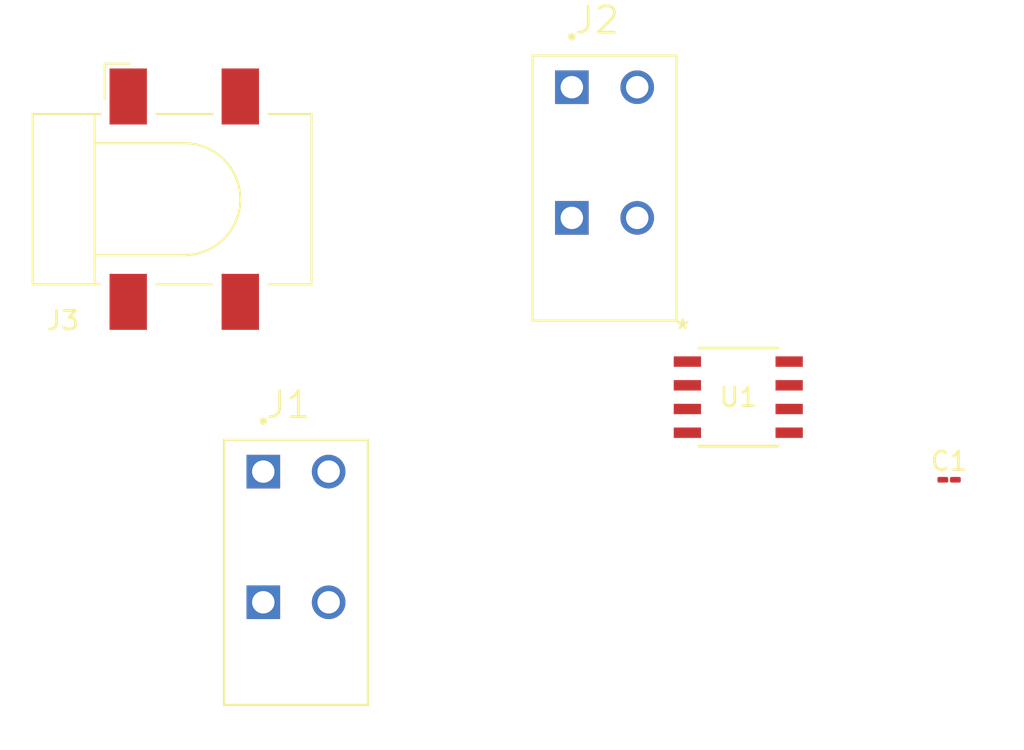
<source format=kicad_pcb>
(kicad_pcb (version 20221018) (generator pcbnew)
  (layers (0 "F.Cu" signal) (31 "B.Cu" signal) (34 "B.Paste" user) (35 "F.Paste" user) (36 "B.SilkS" user "B.Silkscreen") (37 "F.SilkS" user "F.Silkscreen") (38 "B.Mask" user) (39 "F.Mask" user) (44 "Edge.Cuts" user))
  (net 0 "")
  (net 1 "+10V")
  (net 2 "GND")
  (net 3 "+12V")
  (footprint "TBLH10_350_02BK:CUI_TBLH10-350-02BK" (layer "F.Cu") (at 58.86625 30.3829)
    (fp_text reference "J2" (at 1.345 -3.589) (layer "F.SilkS") (effects (font (size 1.4 1.4))))
    (fp_text value "TBLH10-350-02BK")
    (fp_line (start -2.1 -1.7) (end 5.6 -1.7) (stroke (width 0.127)) (layer "F.SilkS"))
    (fp_line (start -2.1 12.5) (end -2.1 -1.7) (stroke (width 0.127)) (layer "F.SilkS"))
    (fp_line (start 5.6 -1.7) (end 5.6 12.5) (stroke (width 0.127)) (layer "F.SilkS"))
    (fp_line (start 5.6 12.5) (end -2.1 12.5) (stroke (width 0.127)) (layer "F.SilkS"))
    (fp_circle (center 0 -2.7) (end 0.1 -2.7) (stroke (width 0.2)) (fill none) (layer "F.SilkS"))
    (pad "1_A" thru_hole rect (at 0 0) (size 1.8 1.8) (drill 1.2) (layers "*.Cu" "*.Mask") (net 1 "+10V"))
    (pad "1_B" thru_hole rect (at 0 7) (size 1.8 1.8) (drill 1.2) (layers "*.Cu" "*.Mask") (net 1 "+10V"))
    (pad "2_A" thru_hole circle (at 3.5 0) (size 1.8 1.8) (drill 1.2) (layers "*.Cu" "*.Mask") (net 2 "GND"))
    (pad "2_B" thru_hole circle (at 3.5 7) (size 1.8 1.8) (drill 1.2) (layers "*.Cu" "*.Mask") (net 2 "GND"))
  )
  (footprint "Connector_BarrelJack:BarrelJack_CLIFF_FC681465S_SMT_Horizontal" (layer "F.Cu") (at 38.12 36.38)
    (fp_text reference "J3" (at -6.5 6.5 180) (layer "F.SilkS"))
    (fp_text value "Barrel_Jack_MountingPin")
    (fp_line (start -8.11 -4.56) (end -4.5 -4.56) (stroke (width 0.12)) (layer "F.SilkS"))
    (fp_line (start -8.11 4.56) (end -8.11 -4.56) (stroke (width 0.12)) (layer "F.SilkS"))
    (fp_line (start -8.11 4.56) (end -4.5 4.56) (stroke (width 0.12)) (layer "F.SilkS"))
    (fp_line (start -4.8 -3) (end 0 -3) (stroke (width 0.12)) (layer "F.SilkS"))
    (fp_line (start -4.8 3) (end 0 3) (stroke (width 0.12)) (layer "F.SilkS"))
    (fp_line (start -4.8 4.56) (end -4.8 -4.56) (stroke (width 0.12)) (layer "F.SilkS"))
    (fp_line (start -4.26 -7.26) (end -4.26 -5.36) (stroke (width 0.12)) (layer "F.SilkS"))
    (fp_line (start -2.92 -7.26) (end -4.26 -7.26) (stroke (width 0.12)) (layer "F.SilkS"))
    (fp_line (start -1.5 -4.56) (end 1.5 -4.56) (stroke (width 0.12)) (layer "F.SilkS"))
    (fp_line (start -1.5 4.56) (end 1.5 4.56) (stroke (width 0.12)) (layer "F.SilkS"))
    (fp_line (start 4.5 -4.56) (end 6.81 -4.56) (stroke (width 0.12)) (layer "F.SilkS"))
    (fp_line (start 4.5 4.56) (end 6.81 4.56) (stroke (width 0.12)) (layer "F.SilkS"))
    (fp_line (start 6.81 4.56) (end 6.81 -4.56) (stroke (width 0.12)) (layer "F.SilkS"))
    (fp_arc (start 0 -3) (mid 3 0) (end 0 3) (stroke (width 0.12)) (layer "F.SilkS"))
    (pad "" np_thru_hole oval (at -2.9 0 90) (size 2 1.5) (drill oval 2 1.5) (layers "*.Cu" "*.Mask"))
    (pad "" np_thru_hole circle (at 1.5 0 90) (size 2 2) (drill 2) (layers "*.Cu" "*.Mask"))
    (pad "1" smd rect (at -3 -5.5 90) (size 3 2) (layers "F.Cu" "F.Paste" "F.Mask") (net 3 "+12V"))
    (pad "1" smd rect (at 3 -5.5 90) (size 3 2) (layers "F.Cu" "F.Paste" "F.Mask") (net 3 "+12V"))
    (pad "2" smd rect (at 3 5.5 90) (size 3 2) (layers "F.Cu" "F.Paste" "F.Mask") (net 2 "GND"))
    (pad "3" smd rect (at -3 5.5 90) (size 3 2) (layers "F.Cu" "F.Paste" "F.Mask"))
  )
  (footprint "TBLH10_350_02BK:CUI_TBLH10-350-02BK" (layer "F.Cu") (at 42.35 50.9725)
    (fp_text reference "J1" (at 1.345 -3.589) (layer "F.SilkS") (effects (font (size 1.4 1.4))))
    (fp_text value "TBLH10-350-02BK")
    (fp_line (start -2.1 -1.7) (end 5.6 -1.7) (stroke (width 0.127)) (layer "F.SilkS"))
    (fp_line (start -2.1 12.5) (end -2.1 -1.7) (stroke (width 0.127)) (layer "F.SilkS"))
    (fp_line (start 5.6 -1.7) (end 5.6 12.5) (stroke (width 0.127)) (layer "F.SilkS"))
    (fp_line (start 5.6 12.5) (end -2.1 12.5) (stroke (width 0.127)) (layer "F.SilkS"))
    (fp_circle (center 0 -2.7) (end 0.1 -2.7) (stroke (width 0.2)) (fill none) (layer "F.SilkS"))
    (pad "1_A" thru_hole rect (at 0 0) (size 1.8 1.8) (drill 1.2) (layers "*.Cu" "*.Mask") (net 3 "+12V"))
    (pad "1_B" thru_hole rect (at 0 7) (size 1.8 1.8) (drill 1.2) (layers "*.Cu" "*.Mask") (net 3 "+12V"))
    (pad "2_A" thru_hole circle (at 3.5 0) (size 1.8 1.8) (drill 1.2) (layers "*.Cu" "*.Mask") (net 2 "GND"))
    (pad "2_B" thru_hole circle (at 3.5 7) (size 1.8 1.8) (drill 1.2) (layers "*.Cu" "*.Mask") (net 2 "GND"))
  )
  (footprint "TL750L10CD:D8_TEX" (layer "F.Cu") (at 67.77585 46.985)
    (fp_text reference "U1" (at 0 0 unlocked) (layer "F.SilkS"))
    (fp_text value "TL750L10CD")
    (fp_text user "*" (at -2.97815 -3.6068) (layer "F.SilkS"))
    (fp_text user "*" (at -2.97815 -3.6068 unlocked) (layer "F.SilkS"))
    (fp_line (start -2.1209 2.6289) (end 2.1209 2.6289) (stroke (width 0.1524)) (layer "F.SilkS"))
    (fp_line (start 2.1209 -2.6289) (end -2.1209 -2.6289) (stroke (width 0.1524)) (layer "F.SilkS"))
    (pad "1" smd rect (at -2.72415 -1.905) (size 1.4605 0.5588) (layers "F.Cu" "F.Paste" "F.Mask") (net 1 "+10V"))
    (pad "2" smd rect (at -2.72415 -0.635) (size 1.4605 0.5588) (layers "F.Cu" "F.Paste" "F.Mask") (net 2 "GND"))
    (pad "3" smd rect (at -2.72415 0.635) (size 1.4605 0.5588) (layers "F.Cu" "F.Paste" "F.Mask") (net 2 "GND"))
    (pad "4" smd rect (at -2.72415 1.905) (size 1.4605 0.5588) (layers "F.Cu" "F.Paste" "F.Mask"))
    (pad "5" smd rect (at 2.72415 1.905) (size 1.4605 0.5588) (layers "F.Cu" "F.Paste" "F.Mask"))
    (pad "6" smd rect (at 2.72415 0.635) (size 1.4605 0.5588) (layers "F.Cu" "F.Paste" "F.Mask") (net 2 "GND"))
    (pad "7" smd rect (at 2.72415 -0.635) (size 1.4605 0.5588) (layers "F.Cu" "F.Paste" "F.Mask") (net 2 "GND"))
    (pad "8" smd rect (at 2.72415 -1.905) (size 1.4605 0.5588) (layers "F.Cu" "F.Paste" "F.Mask") (net 3 "+12V"))
  )
  (footprint "Capacitor_SMD:C_01005_0402Metric_Pad0.57x0.30mm_HandSolder" (layer "F.Cu") (at 79.06 51.41)
    (fp_text reference "C1" (at 0 -1) (layer "F.SilkS"))
    (fp_text value "10uF")
    (pad "1" smd roundrect (at -0.3375 0) (size 0.575 0.3) (layers "F.Cu" "F.Mask") (net 1 "+10V"))
    (pad "2" smd roundrect (at 0.3375 0) (size 0.575 0.3) (layers "F.Cu" "F.Mask") (net 2 "GND"))
  )
)
</source>
